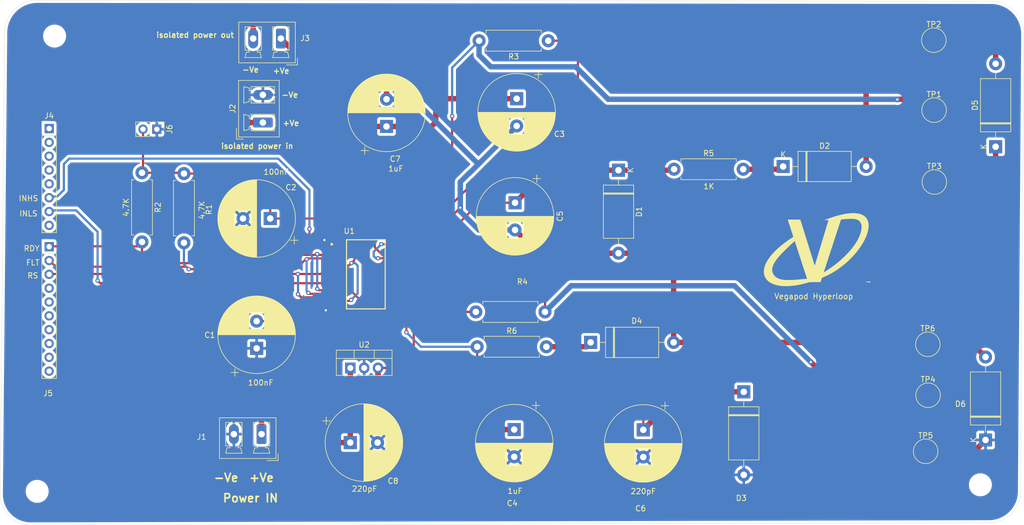
<source format=kicad_pcb>
(kicad_pcb (version 20211014) (generator pcbnew)
  (layers (0 "F.Cu" signal) (31 "B.Cu" signal) (34 "B.Paste" user) (35 "F.Paste" user) (36 "B.SilkS" user "B.Silkscreen") (37 "F.SilkS" user "F.Silkscreen") (38 "B.Mask" user) (39 "F.Mask" user) (44 "Edge.Cuts" user))
  (net 0 "")
  (net 1 "GND")
  (net 2 "/INHS")
  (net 3 "/RDY")
  (net 4 "/FLT")
  (net 5 "/RS")
  (net 6 "+5V")
  (net 9 "/INLS")
  (net 10 "/+12V_1")
  (net 11 "Net-(R4-Pad1)")
  (net 12 "Net-(R4-Pad2)")
  (net 13 "GND1")
  (net 14 "/+12V")
  (net 15 "Net-(R3-Pad1)")
  (net 16 "Net-(D2-Pad2)")
  (net 17 "Net-(R3-Pad2)")
  (net 18 "Net-(D2-Pad1)")
  (net 19 "Net-(D4-Pad1)")
  (net 20 "Net-(J1-Pad1)")
  (net 21 "Net-(C6-Pad1)")
  (net 22 "Net-(C5-Pad1)")
  (footprint "Capacitor_THT:CP_Radial_D14.0mm_P5.00mm" (layer "F.Cu") (at 114.302272 129.25)
    (fp_text reference "C8" (at 7.847728 7.05) (layer "F.SilkS"))
    (fp_text value "220pF" (at 2.597728 8.5) (layer "F.SilkS"))
    (pad "1" thru_hole rect (at 0 0) (size 2.4 2.4) (drill 1.2) (layers *.Cu *.Mask) (net 10 "/+12V_1"))
    (pad "2" thru_hole circle (at 5 0) (size 2.4 2.4) (drill 1.2) (layers *.Cu *.Mask) (net 1 "GND"))
  )
  (footprint "Connector_Phoenix_MC_HighVoltage:PhoenixContact_MCV_1,5_2-G-5.08_1x02_P5.08mm_Vertical" (layer "F.Cu") (at 98.2425 70.4725 90)
    (fp_text reference "J2" (at 2.54 -5.55 90) (layer "F.SilkS"))
    (fp_text value "Conn_01x02_Male" hide)
    (pad "1" thru_hole roundrect (at 0 0 90) (size 1.8 3.6) (drill 1.2) (layers *.Cu *.Mask) (roundrect_rratio 0.1388888889) (net 10 "/+12V_1"))
    (pad "2" thru_hole oval (at 5.08 0 90) (size 1.8 3.6) (drill 1.2) (layers *.Cu *.Mask) (net 1 "GND"))
  )
  (footprint "Diode_THT:D_DO-27_P15.24mm_Horizontal" (layer "F.Cu") (at 230.95 128.77 90)
    (fp_text reference "D6" (at 6.62 -4.6 180) (layer "F.SilkS"))
    (fp_text value "DIODE" hide)
    (fp_text user "K" (at 0 -2.2 90) (layer "F.SilkS"))
    (pad "1" thru_hole rect (at 0 0 90) (size 2.4 2.4) (drill 1.2) (layers *.Cu *.Mask) (net 1 "GND"))
    (pad "2" thru_hole oval (at 15.24 0 90) (size 2.4 2.4) (drill 1.2) (layers *.Cu *.Mask) (net 13 "GND1"))
  )
  (footprint "Capacitor_THT:CP_Radial_D14.0mm_P5.00mm" (layer "F.Cu") (at 99.6 88.1 180)
    (fp_text reference "C2" (at -3.8 5.7) (layer "F.SilkS"))
    (fp_text value "100nF" (at -1.1 8.55) (layer "F.SilkS"))
    (pad "1" thru_hole rect (at 0 0 180) (size 2.4 2.4) (drill 1.2) (layers *.Cu *.Mask) (net 6 "+5V"))
    (pad "2" thru_hole circle (at 5 0 180) (size 2.4 2.4) (drill 1.2) (layers *.Cu *.Mask) (net 1 "GND"))
  )
  (footprint "Capacitor_THT:CP_Radial_D14.0mm_P5.00mm" (layer "F.Cu") (at 144.85 66.102272 -90)
    (fp_text reference "C3" (at 6.497728 -7.85 180) (layer "F.SilkS"))
    (fp_text value "1uF")
    (pad "1" thru_hole rect (at 0 0 270) (size 2.4 2.4) (drill 1.2) (layers *.Cu *.Mask) (net 14 "/+12V"))
    (pad "2" thru_hole circle (at 5 0 270) (size 2.4 2.4) (drill 1.2) (layers *.Cu *.Mask) (net 13 "GND1"))
  )
  (footprint "Resistor_THT:R_Axial_DIN0411_L9.9mm_D3.6mm_P12.70mm_Horizontal" (layer "F.Cu") (at 137.35 105.25)
    (fp_text reference "R4" (at 8.55 -5.55) (layer "F.SilkS"))
    (fp_text value "10R")
    (pad "1" thru_hole circle (at 0 0) (size 2.4 2.4) (drill 1.2) (layers *.Cu *.Mask) (net 11 "Net-(R4-Pad1)"))
    (pad "2" thru_hole oval (at 12.7 0) (size 2.4 2.4) (drill 1.2) (layers *.Cu *.Mask) (net 12 "Net-(R4-Pad2)"))
  )
  (footprint "Capacitor_THT:CP_Radial_D14.0mm_P5.00mm" (layer "F.Cu") (at 144.4 126.852272 -90)
    (fp_text reference "C4" (at 13.547728 0.35 180) (layer "F.SilkS"))
    (fp_text value "1uF" (at 11.297728 -0.15 180) (layer "F.SilkS"))
    (pad "1" thru_hole rect (at 0 0 270) (size 2.4 2.4) (drill 1.2) (layers *.Cu *.Mask) (net 10 "/+12V_1"))
    (pad "2" thru_hole circle (at 5 0 270) (size 2.4 2.4) (drill 1.2) (layers *.Cu *.Mask) (net 1 "GND"))
  )
  (footprint "Connector_PinHeader_2.54mm:PinHeader_1x08_P2.54mm_Vertical" (layer "F.Cu") (at 59 71.58)
    (fp_text reference "J4" (at 0 -2.33) (layer "F.SilkS"))
    (fp_text value "Conn_01x08_Male" hide)
    (pad "1" thru_hole rect (at 0 0) (size 1.7 1.7) (drill 1) (layers *.Cu *.Mask))
    (pad "2" thru_hole oval (at 0 2.54) (size 1.7 1.7) (drill 1) (layers *.Cu *.Mask))
    (pad "3" thru_hole oval (at 0 5.08) (size 1.7 1.7) (drill 1) (layers *.Cu *.Mask))
    (pad "4" thru_hole oval (at 0 7.62) (size 1.7 1.7) (drill 1) (layers *.Cu *.Mask))
    (pad "5" thru_hole oval (at 0 10.16) (size 1.7 1.7) (drill 1) (layers *.Cu *.Mask))
    (pad "6" thru_hole oval (at 0 12.7) (size 1.7 1.7) (drill 1) (layers *.Cu *.Mask) (net 2 "/INHS"))
    (pad "7" thru_hole oval (at 0 15.24) (size 1.7 1.7) (drill 1) (layers *.Cu *.Mask) (net 9 "/INLS"))
    (pad "8" thru_hole oval (at 0 17.78) (size 1.7 1.7) (drill 1) (layers *.Cu *.Mask))
  )
  (footprint "Resistor_THT:R_Axial_DIN0411_L9.9mm_D3.6mm_P12.70mm_Horizontal" (layer "F.Cu") (at 137.6 111.65)
    (fp_text reference "R6" (at 6.35 -2.92) (layer "F.SilkS"))
    (fp_text value "1K")
    (pad "1" thru_hole circle (at 0 0) (size 2.4 2.4) (drill 1.2) (layers *.Cu *.Mask) (net 21 "Net-(C6-Pad1)"))
    (pad "2" thru_hole oval (at 12.7 0) (size 2.4 2.4) (drill 1.2) (layers *.Cu *.Mask) (net 19 "Net-(D4-Pad1)"))
  )
  (footprint "Resistor_THT:R_Axial_DIN0411_L9.9mm_D3.6mm_P12.70mm_Horizontal" (layer "F.Cu") (at 150.65 55.45 180)
    (fp_text reference "R3" (at 6.35 -2.92) (layer "F.SilkS"))
    (fp_text value "10R" hide)
    (pad "1" thru_hole circle (at 0 0 180) (size 2.4 2.4) (drill 1.2) (layers *.Cu *.Mask) (net 15 "Net-(R3-Pad1)"))
    (pad "2" thru_hole oval (at 12.7 0 180) (size 2.4 2.4) (drill 1.2) (layers *.Cu *.Mask) (net 17 "Net-(R3-Pad2)"))
  )
  (footprint "TestPoint:TestPoint_Pad_D4.0mm" (layer "F.Cu") (at 220.35 111.2)
    (fp_text reference "TP6" (at 0 -2.898) (layer "F.SilkS"))
    (fp_text value "TestPoint" hide)
    (pad "1" smd circle (at 0 0) (size 4 4) (layers "F.Cu" "F.Mask") (net 13 "GND1"))
  )
  (footprint "TestPoint:TestPoint_Pad_D4.0mm" (layer "F.Cu") (at 221.45 55.35)
    (fp_text reference "TP2" (at 0 -2.898) (layer "F.SilkS"))
    (fp_text value "TestPoint")
    (pad "1" smd circle (at 0 0) (size 4 4) (layers "F.Cu" "F.Mask") (net 16 "Net-(D2-Pad2)"))
  )
  (footprint "Resistor_THT:R_Axial_DIN0411_L9.9mm_D3.6mm_P12.70mm_Horizontal" (layer "F.Cu") (at 173.75 79.05)
    (fp_text reference "R5" (at 6.35 -2.92) (layer "F.SilkS"))
    (fp_text value "1K" (at 6.4 3.15) (layer "F.SilkS"))
    (pad "1" thru_hole circle (at 0 0) (size 2.4 2.4) (drill 1.2) (layers *.Cu *.Mask) (net 22 "Net-(C5-Pad1)"))
    (pad "2" thru_hole oval (at 12.7 0) (size 2.4 2.4) (drill 1.2) (layers *.Cu *.Mask) (net 18 "Net-(D2-Pad1)"))
  )
  (footprint "BluePill_slave:logo6" (layer "F.Cu") (at 199.8 93.8)
    (fp_text reference "G***" hide)
    (fp_text value "LOGO" hide)
  )
  (footprint "Diode_THT:D_DO-27_P15.24mm_Horizontal" (layer "F.Cu") (at 158.43 110.85)
    (fp_text reference "D4" (at 8.47 -3.95) (layer "F.SilkS"))
    (fp_text value "DIODE" hide)
    (pad "1" thru_hole rect (at 0 0) (size 2.4 2.4) (drill 1.2) (layers *.Cu *.Mask) (net 19 "Net-(D4-Pad1)"))
    (pad "2" thru_hole oval (at 15.24 0) (size 2.4 2.4) (drill 1.2) (layers *.Cu *.Mask) (net 13 "GND1"))
  )
  (footprint "TestPoint:TestPoint_Pad_D4.0mm" (layer "F.Cu") (at 219.95 130.85)
    (fp_text reference "TP5" (at 0 -2.898) (layer "F.SilkS"))
    (fp_text value "TestPoint" hide)
    (pad "1" smd circle (at 0 0) (size 4 4) (layers "F.Cu" "F.Mask") (net 1 "GND"))
  )
  (footprint "Package_TO_SOT_THT:TO-220-3_Vertical" (layer "F.Cu") (at 114.31 115.545)
    (fp_text reference "U2" (at 2.54 -4.27) (layer "F.SilkS"))
    (fp_text value "L7812" hide)
    (pad "1" thru_hole rect (at 0 0) (size 1.905 2) (drill 1.1) (layers *.Cu *.Mask) (net 20 "Net-(J1-Pad1)"))
    (pad "2" thru_hole oval (at 2.54 0) (size 1.905 2) (drill 1.1) (layers *.Cu *.Mask) (net 1 "GND"))
    (pad "3" thru_hole oval (at 5.08 0) (size 1.905 2) (drill 1.1) (layers *.Cu *.Mask) (net 10 "/+12V_1"))
  )
  (footprint "Capacitor_THT:CP_Radial_D14.0mm_P5.00mm" (layer "F.Cu") (at 120.95 71.197729 90)
    (fp_text reference "C7" (at -5.952271 1.6 180) (layer "F.SilkS"))
    (fp_text value "1uF" (at -7.752271 1.7 180) (layer "F.SilkS"))
    (pad "1" thru_hole rect (at 0 0 90) (size 2.4 2.4) (drill 1.2) (layers *.Cu *.Mask) (net 14 "/+12V"))
    (pad "2" thru_hole circle (at 5 0 90) (size 2.4 2.4) (drill 1.2) (layers *.Cu *.Mask) (net 13 "GND1"))
  )
  (footprint "TestPoint:TestPoint_Pad_D4.0mm" (layer "F.Cu") (at 221.5 68.2)
    (fp_text reference "TP1" (at 0 -2.898) (layer "F.SilkS"))
    (fp_text value "TestPoint")
    (pad "1" smd circle (at 0 0) (size 4 4) (layers "F.Cu" "F.Mask") (net 17 "Net-(R3-Pad2)"))
  )
  (footprint "gate_driver:SOP65P1030X265-36_32N-V" (layer "F.Cu") (at 117.1575 98.35)
    (fp_text reference "U1" (at -3.04 -7.955) (layer "F.SilkS"))
    (fp_text value "2ED020I12-F2")
    (pad "1" smd rect locked (at -4.865 -5.525) (size 1.67 0.45) (layers "F.Cu" "F.Paste" "F.Mask") (net 1 "GND"))
    (pad "2" smd rect locked (at -4.865 -4.875) (size 1.67 0.45) (layers "F.Cu" "F.Paste" "F.Mask") (net 2 "/INHS"))
    (pad "3" smd rect locked (at -4.865 -4.225) (size 1.67 0.45) (layers "F.Cu" "F.Paste" "F.Mask") (net 1 "GND"))
    (pad "4" smd rect locked (at -4.865 -3.575) (size 1.67 0.45) (layers "F.Cu" "F.Paste" "F.Mask") (net 3 "/RDY"))
    (pad "5" smd rect locked (at -4.865 -2.925) (size 1.67 0.45) (layers "F.Cu" "F.Paste" "F.Mask") (net 4 "/FLT"))
    (pad "6" smd rect locked (at -4.865 -2.275) (size 1.67 0.45) (layers "F.Cu" "F.Paste" "F.Mask") (net 5 "/RS"))
    (pad "7" smd rect locked (at -4.865 -1.625) (size 1.67 0.45) (layers "F.Cu" "F.Paste" "F.Mask") (net 6 "+5V"))
    (pad "8" smd rect locked (at -4.865 -0.975) (size 1.67 0.45) (layers "F.Cu" "F.Paste" "F.Mask") (net 1 "GND"))
    (pad "9" smd rect locked (at -4.865 -0.325) (size 1.67 0.45) (layers "F.Cu" "F.Paste" "F.Mask"))
    (pad "10" smd rect locked (at -4.865 0.325) (size 1.67 0.45) (layers "F.Cu" "F.Paste" "F.Mask"))
    (pad "11" smd rect locked (at -4.865 0.975) (size 1.67 0.45) (layers "F.Cu" "F.Paste" "F.Mask") (net 1 "GND"))
    (pad "12" smd rect locked (at -4.865 1.625) (size 1.67 0.45) (layers "F.Cu" "F.Paste" "F.Mask") (net 9 "/INLS"))
    (pad "13" smd rect locked (at -4.865 2.275) (size 1.67 0.45) (layers "F.Cu" "F.Paste" "F.Mask") (net 1 "GND"))
    (pad "14" smd rect locked (at -4.865 2.925) (size 1.67 0.45) (layers "F.Cu" "F.Paste" "F.Mask") (net 3 "/RDY"))
    (pad "15" smd rect locked (at -4.865 3.575) (size 1.67 0.45) (layers "F.Cu" "F.Paste" "F.Mask") (net 4 "/FLT"))
    (pad "16" smd rect locked (at -4.865 4.225) (size 1.67 0.45) (layers "F.Cu" "F.Paste" "F.Mask") (net 5 "/RS"))
    (pad "17" smd rect locked (at -4.865 4.875) (size 1.67 0.45) (layers "F.Cu" "F.Paste" "F.Mask") (net 6 "+5V"))
    (pad "18" smd rect locked (at -4.865 5.525) (size 1.67 0.45) (layers "F.Cu" "F.Paste" "F.Mask") (net 1 "GND"))
    (pad "19" smd rect locked (at 4.865 5.525) (size 1.67 0.45) (layers "F.Cu" "F.Paste" "F.Mask") (net 1 "GND"))
    (pad "20" smd rect locked (at 4.865 4.875) (size 1.67 0.45) (layers "F.Cu" "F.Paste" "F.Mask") (net 21 "Net-(C6-Pad1)"))
    (pad "21" smd rect locked (at 4.865 4.225) (size 1.67 0.45) (layers "F.Cu" "F.Paste" "F.Mask") (net 1 "GND"))
    (pad "22" smd rect locked (at 4.865 3.575) (size 1.67 0.45) (layers "F.Cu" "F.Paste" "F.Mask") (net 10 "/+12V_1"))
    (pad "23" smd rect locked (at 4.865 2.925) (size 1.67 0.45) (layers "F.Cu" "F.Paste" "F.Mask") (net 11 "Net-(R4-Pad1)"))
    (pad "24" smd rect locked (at 4.865 2.275) (size 1.67 0.45) (layers "F.Cu" "F.Paste" "F.Mask") (net 1 "GND"))
    (pad "25" smd rect locked (at 4.865 1.625) (size 1.67 0.45) (layers "F.Cu" "F.Paste" "F.Mask") (net 12 "Net-(R4-Pad2)"))
    (pad "30" smd rect locked (at 4.865 -1.625) (size 1.67 0.45) (layers "F.Cu" "F.Paste" "F.Mask") (net 22 "Net-(C5-Pad1)"))
    (pad "31" smd rect locked (at 4.865 -2.275) (size 1.67 0.45) (layers "F.Cu" "F.Paste" "F.Mask") (net 13 "GND1"))
    (pad "32" smd rect locked (at 4.865 -2.925) (size 1.67 0.45) (layers "F.Cu" "F.Paste" "F.Mask") (net 13 "GND1"))
    (pad "33" smd rect locked (at 4.865 -3.575) (size 1.67 0.45) (layers "F.Cu" "F.Paste" "F.Mask") (net 14 "/+12V"))
    (pad "34" smd rect locked (at 4.865 -4.225) (size 1.67 0.45) (layers "F.Cu" "F.Paste" "F.Mask") (net 15 "Net-(R3-Pad1)"))
    (pad "35" smd rect locked (at 4.865 -4.875) (size 1.67 0.45) (layers "F.Cu" "F.Paste" "F.Mask") (net 17 "Net-(R3-Pad2)"))
    (pad "36" smd rect locked (at 4.865 -5.525) (size 1.67 0.45) (layers "F.Cu" "F.Paste" "F.Mask") (net 13 "GND1"))
  )
  (footprint "Resistor_THT:R_Axial_DIN0411_L9.9mm_D3.6mm_P12.70mm_Horizontal" (layer "F.Cu") (at 76.05 79.7 -90)
    (fp_text reference "R2" (at 6.35 -2.92 90) (layer "F.SilkS"))
    (fp_text value "4.7K" (at 6.35 2.92 90) (layer "F.SilkS"))
    (pad "1" thru_hole circle (at 0 0 270) (size 2.4 2.4) (drill 1.2) (layers *.Cu *.Mask) (net 6 "+5V"))
    (pad "2" thru_hole oval (at 12.7 0 270) (size 2.4 2.4) (drill 1.2) (layers *.Cu *.Mask) (net 3 "/RDY"))
  )
  (footprint "Diode_THT:D_DO-27_P15.24mm_Horizontal" (layer "F.Cu") (at 232.8 74.92 90)
    (fp_text reference "D5" (at 7.62 -3.785 90) (layer "F.SilkS"))
    (fp_text value "DIODE")
    (fp_text user "K" (at 0 -2.2 90) (layer "F.SilkS"))
    (pad "1" thru_hole rect (at 0 0 90) (size 2.4 2.4) (drill 1.2) (layers *.Cu *.Mask) (net 13 "GND1"))
    (pad "2" thru_hole oval (at 15.24 0 90) (size 2.4 2.4) (drill 1.2) (layers *.Cu *.Mask) (net 16 "Net-(D2-Pad2)"))
  )
  (footprint "Capacitor_THT:CP_Radial_D14.0mm_P5.00mm" (layer "F.Cu") (at 144.55 85.202272 -90)
    (fp_text reference "C5" (at 2.5 -8.25 90) (layer "F.SilkS"))
    (fp_text value "220pF")
    (pad "1" thru_hole rect (at 0 0 270) (size 2.4 2.4) (drill 1.2) (layers *.Cu *.Mask) (net 22 "Net-(C5-Pad1)"))
    (pad "2" thru_hole circle (at 5 0 270) (size 2.4 2.4) (drill 1.2) (layers *.Cu *.Mask) (net 13 "GND1"))
  )
  (footprint "Capacitor_THT:CP_Radial_D14.0mm_P5.00mm" (layer "F.Cu") (at 168.1 126.902272 -90)
    (fp_text reference "C6" (at 14.447728 0.5 180) (layer "F.SilkS"))
    (fp_text value "220pF" (at 11.297728 0 180) (layer "F.SilkS"))
    (pad "1" thru_hole rect (at 0 0 270) (size 2.4 2.4) (drill 1.2) (layers *.Cu *.Mask) (net 21 "Net-(C6-Pad1)"))
    (pad "2" thru_hole circle (at 5 0 270) (size 2.4 2.4) (drill 1.2) (layers *.Cu *.Mask) (net 1 "GND"))
  )
  (footprint "Diode_THT:D_DO-27_P15.24mm_Horizontal" (layer "F.Cu") (at 193.78 78.55)
    (fp_text reference "D2" (at 7.62 -3.785) (layer "F.SilkS"))
    (fp_text value "DIODE")
    (fp_text user "K" (at 0 -2.2) (layer "F.SilkS"))
    (pad "1" thru_hole rect (at 0 0) (size 2.4 2.4) (drill 1.2) (layers *.Cu *.Mask) (net 18 "Net-(D2-Pad1)"))
    (pad "2" thru_hole oval (at 15.24 0) (size 2.4 2.4) (drill 1.2) (layers *.Cu *.Mask) (net 16 "Net-(D2-Pad2)"))
  )
  (footprint "Connector_PinHeader_2.54mm:PinHeader_1x10_P2.54mm_Vertical" (layer "F.Cu") (at 59 93.275)
    (fp_text reference "J5" (at -0.2 26.925) (layer "F.SilkS"))
    (fp_text value "Conn_01x10_Male" hide)
    (pad "1" thru_hole rect (at 0 0) (size 1.7 1.7) (drill 1) (layers *.Cu *.Mask) (net 3 "/RDY"))
    (pad "2" thru_hole oval (at 0 2.54) (size 1.7 1.7) (drill 1) (layers *.Cu *.Mask) (net 4 "/FLT"))
    (pad "3" thru_hole oval (at 0 5.08) (size 1.7 1.7) (drill 1) (layers *.Cu *.Mask) (net 5 "/RS"))
    (pad "4" thru_hole oval (at 0 7.62) (size 1.7 1.7) (drill 1) (layers *.Cu *.Mask))
    (pad "5" thru_hole oval (at 0 10.16) (size 1.7 1.7) (drill 1) (layers *.Cu *.Mask))
    (pad "6" thru_hole oval (at 0 12.7) (size 1.7 1.7) (drill 1) (layers *.Cu *.Mask))
    (pad "7" thru_hole oval (at 0 15.24) (size 1.7 1.7) (drill 1) (layers *.Cu *.Mask))
    (pad "8" thru_hole oval (at 0 17.78) (size 1.7 1.7) (drill 1) (layers *.Cu *.Mask))
    (pad "9" thru_hole oval (at 0 20.32) (size 1.7 1.7) (drill 1) (layers *.Cu *.Mask))
    (pad "10" thru_hole oval (at 0 22.86) (size 1.7 1.7) (drill 1) (layers *.Cu *.Mask))
  )
  (footprint "TestPoint:TestPoint_Pad_D4.0mm" (layer "F.Cu") (at 220.4 120.55)
    (fp_text reference "TP4" (at 0 -2.898) (layer "F.SilkS"))
    (fp_text value "TestPoint" hide)
    (pad "1" smd circle (at 0 0) (size 4 4) (layers "F.Cu" "F.Mask") (net 12 "Net-(R4-Pad2)"))
  )
  (footprint "TestPoint:TestPoint_Pad_D4.0mm" (layer "F.Cu") (at 221.55 81.4)
    (fp_text reference "TP3" (at 0 -2.898) (layer "F.SilkS"))
    (fp_text value "TestPoint")
    (pad "1" smd circle (at 0 0) (size 4 4) (layers "F.Cu" "F.Mask") (net 13 "GND1"))
  )
  (footprint "MountingHole:MountingHole_3.2mm_M3" (layer "F.Cu") (at 56.8 138.2)
    (fp_text reference "REF**" hide)
    (fp_text value "MountingHole_3.2mm_M3" hide)
    (pad "" np_thru_hole circle (at 0 0) (size 3.2 3.2) (drill 3.2) (layers F&B.Cu *.Mask))
  )
  (footprint "MountingHole:MountingHole_3.2mm_M3" (layer "F.Cu") (at 60 54.6)
    (fp_text reference "REF**" hide)
    (fp_text value "MountingHole_3.2mm_M3" hide)
    (pad "" np_thru_hole circle (at 0 0) (size 3.2 3.2) (drill 3.2) (layers *.Cu *.Mask))
  )
  (footprint "Resistor_THT:R_Axial_DIN0411_L9.9mm_D3.6mm_P12.70mm_Horizontal" (layer "F.Cu") (at 83.75 79.85 -90)
    (fp_text reference "R1" (at 6.6 -4.6 90) (layer "F.SilkS"))
    (fp_text value "4.7K" (at 6.7 -3.3 90) (layer "F.SilkS"))
    (pad "1" thru_hole circle (at 0 0 270) (size 2.4 2.4) (drill 1.2) (layers *.Cu *.Mask) (net 6 "+5V"))
    (pad "2" thru_hole oval (at 12.7 0 270) (size 2.4 2.4) (drill 1.2) (layers *.Cu *.Mask) (net 4 "/FLT"))
  )
  (footprint "Connector_Phoenix_MC_HighVoltage:PhoenixContact_MCV_1,5_2-G-5.08_1x02_P5.08mm_Vertical" (layer "F.Cu") (at 101.55 55.05 180)
    (fp_text reference "J3" (at -4.45 0.05) (layer "F.SilkS"))
    (fp_text value "Conn_01x02_Male" hide)
    (pad "1" thru_hole roundrect (at 0 0 180) (size 1.8 3.6) (drill 1.2) (layers *.Cu *.Mask) (roundrect_rratio 0.1388888889) (net 14 "/+12V"))
    (pad "2" thru_hole oval (at 5.08 0 180) (size 1.8 3.6) (drill 1.2) (layers *.Cu *.Mask) (net 13 "GND1"))
  )
  (footprint "MountingHole:MountingHole_3.2mm_M3" (layer "F.Cu") (at 230 137)
    (fp_text reference "REF**" hide)
    (fp_text value "MountingHole_3.2mm_M3" hide)
    (pad "" np_thru_hole circle (at 0 0) (size 3.2 3.2) (drill 3.2) (layers F&B.Cu *.Mask))
  )
  (footprint "Connector_PinHeader_2.54mm:PinHeader_1x02_P2.54mm_Vertical" (layer "F.Cu") (at 78.775 71.7 -90)
    (fp_text reference "J6" (at 0 -2.33 90) (layer "F.SilkS"))
    (fp_text value "Conn_01x02_Male" hide)
    (pad "1" thru_hole rect (at 0 0 270) (size 1.7 1.7) (drill 1) (layers *.Cu *.Mask) (net 1 "GND"))
    (pad "2" thru_hole oval (at 0 2.54 270) (size 1.7 1.7) (drill 1) (layers *.Cu *.Mask) (net 6 "+5V"))
  )
  (footprint "Connector_Phoenix_MC_HighVoltage:PhoenixContact_MCV_1,5_2-G-5.08_1x02_P5.08mm_Vertical" (layer "F.Cu") (at 98 127.7 180)
    (fp_text reference "J1" (at 11 -0.5) (layer "F.SilkS"))
    (fp_text value "Conn_01x02_Male" hide)
    (pad "1" thru_hole roundrect (at 0 0 180) (size 1.8 3.6) (drill 1.2) (layers *.Cu *.Mask) (roundrect_rratio 0.1388888889) (net 20 "Net-(J1-Pad1)"))
    (pad "2" thru_hole oval (at 5.08 0 180) (size 1.8 3.6) (drill 1.2) (layers *.Cu *.Mask) (net 1 "GND"))
  )
  (footprint "Diode_THT:D_DO-27_P15.24mm_Horizontal" (layer "F.Cu") (at 186.55 119.93 -90)
    (fp_text reference "D3" (at 19.52 0.45 180) (layer "F.SilkS"))
    (fp_text value "D_Zener_Small" hide)
    (pad "1" thru_hole rect (at 0 0 270) (size 2.4 2.4) (drill 1.2) (layers *.Cu *.Mask) (net 21 "Net-(C6-Pad1)"))
    (pad "2" thru_hole oval (at 15.24 0 270) (size 2.4 2.4) (drill 1.2) (layers *.Cu *.Mask) (net 1 "GND"))
  )
  (footprint "Diode_THT:D_DO-27_P15.24mm_Horizontal" (layer "F.Cu") (at 163.55 79.23 -90)
    (fp_text reference "D1" (at 7.62 -3.785 90) (layer "F.SilkS"))
    (fp_text value "D_Zener_Small")
    (fp_text user "K" (at 0 -2.2 90) (layer "F.SilkS"))
    (pad "1" thru_hole rect (at 0 0 270) (size 2.4 2.4) (drill 1.2) (layers *.Cu *.Mask) (net 22 "Net-(C5-Pad1)"))
    (pad "2" thru_hole oval (at 15.24 0 270) (size 2.4 2.4) (drill 1.2) (layers *.Cu *.Mask) (net 13 "GND1"))
  )
  (footprint "Capacitor_THT:CP_Radial_D14.0mm_P5.00mm" (layer "F.Cu") (at 97.1 111.947729 90)
    (fp_text reference "C1" (at 2.447729 -8.6 180) (layer "F.SilkS"))
    (fp_text value "100nF" (at -6.302271 0.75 180) (layer "F.SilkS"))
    (pad "1" thru_hole rect (at 0 0 90) (size 2.4 2.4) (drill 1.2) (layers *.Cu *.Mask) (net 1 "GND"))
    (pad "2" thru_hole circle (at 5 0 90) (size 2.4 2.4) (drill 1.2) (layers *.Cu *.Mask) (net 6 "+5V"))
  )
  (gr_line (start 57.5 92.2) (end 57.5 117.2) (layer "F.Cu") (width 0.2))
  (gr_line (start 57.5 70.2) (end 57.5 90.2) (layer "F.Cu") (width 0.2))
  (gr_line (start 56.8 48) (end 232 48.2) (layer "Edge.Cuts") (width 0.05))
  (gr_line (start 231.6 144) (end 55.8 144.4) (layer "Edge.Cuts") (width 0.05))
  (gr_arc (start 55.8 144.4) (mid 51.711292 142.831147) (end 50 138.8) (layer "Edge.Cuts") (width 0.05))
  (gr_arc (start 50.8 54) (mid 52.557359 49.757359) (end 56.8 48) (layer "Edge.Cuts") (width 0.05))
  (gr_line (start 50 138.8) (end 50.8 54) (layer "Edge.Cuts") (width 0.05))
  (gr_arc (start 232 48.2) (mid 236.242641 49.957359) (end 238 54.2) (layer "Edge.Cuts") (width 0.05))
  (gr_line (start 238 54.2) (end 237.4 138.2) (layer "Edge.Cuts") (width 0.05))
  (gr_arc (start 237.4 138.2) (mid 235.701219 142.301219) (end 231.6 144) (layer "Edge.Cuts") (width 0.05))
  (gr_text "RS" (at 56 98.6) (layer "F.SilkS") (effects (font (size 1 1))))
  (gr_text "Power IN\n" (at 95.9775 139.4425) (layer "F.SilkS") (effects (font (size 1.5 1.5) (thickness 0.3))))
  (gr_text "isolated power in" (at 97.2 74.8) (layer "F.SilkS") (effects (font (size 1 1) (thickness 0.2))))
  (gr_text "INLS\n" (at 55.2 87.2) (layer "F.SilkS") (effects (font (size 1 1))))
  (gr_text "-Ve" (at 91.5 135.7) (layer "F.SilkS") (effects (font (size 1.5 1.5) (thickness 0.3))))
  (gr_text "INHS\n" (at 55.2 84.4) (layer "F.SilkS") (effects (font (size 1 1))))
  (gr_text "RDY" (at 55.8 93.6) (layer "F.SilkS") (effects (font (size 1 1))))
  (gr_text "-Ve" (at 95.987225 60.773021) (layer "F.SilkS") (effects (font (size 1 1) (thickness 0.2))))
  (gr_text "-Ve" (at 103.2 65.4) (layer "F.SilkS") (effects (font (size 1 1) (thickness 0.2))))
  (gr_text "+Ve" (at 98 135.7) (layer "F.SilkS") (effects (font (size 1.5 1.5) (thickness 0.3))))
  (gr_text "+Ve" (at 101.6 61) (layer "F.SilkS") (effects (font (size 1 1) (thickness 0.2))))
  (gr_text "Vegapod Hyperloop" (at 199.4 102.4) (layer "F.SilkS") (effects (font (size 1 1))))
  (gr_text "isolated power out" (at 85.8 54.4) (layer "F.SilkS") (effects (font (size 1 1) (thickness 0.2))))
  (gr_text "FLT" (at 56 96.2) (layer "F.SilkS") (effects (font (size 1 1))))
  (gr_text "+Ve" (at 103.4 70.6) (layer "F.SilkS") (effects (font (size 1 1) (thickness 0.2))))
  (segment (start 228.87 130.85) (end 230.95 128.77) (width 1) (layer "F.Cu") (net 1))
  (segment (start 113.875 92.825) (end 112.2925 92.825) (width 0.3) (layer "F.Cu") (net 1))
  (segment (start 112.2925 100.625) (end 113.675 100.625) (width 0.4) (layer "F.Cu") (net 1))
  (segment (start 122.0225 100.625) (end 120.475 100.625) (width 0.4) (layer "F.Cu") (net 1))
  (segment (start 122.0225 102.575) (end 118.525 102.575) (width 0.4) (layer "F.Cu") (net 1))
  (segment (start 114.025 97.375) (end 114.35 97.7) (width 0.4) (layer "F.Cu") (net 1))
  (segment (start 112.2925 92.825) (end 110.325 92.825) (width 0.4) (layer "F.Cu") (net 1))
  (segment (start 114.05 94) (end 114.05 93) (width 0.3) (layer "F.Cu") (net 1))
  (segment (start 117.075 104.025) (end 116.85 104.25) (width 0.4) (layer "F.Cu") (net 1))
  (segment (start 114.35 100.9) (end 114.15 101.1) (width 0.4) (layer "F.Cu") (net 1))
  (segment (start 122.0225 103.875) (end 117.225 103.875) (width 0.4) (layer "F.Cu") (net 1))
  (segment (start 110.875 103.875) (end 109.8 104.95) (width 0.4) (layer "F.Cu") (net 1))
  (segment (start 120.475 100.625) (end 118.5 102.6) (width 0.4) (layer "F.Cu") (net 1))
  (segment (start 110.325 92.825) (end 109.55 92.05) (width 0.4) (layer "F.Cu") (net 1))
  (segment (start 116.85 104.25) (end 116.85 115.545) (width 0.4) (layer "F.Cu") (net 1))
  (segment (start 112.2925 99.325) (end 114.225 99.325) (width 0.4) (layer "F.Cu") (net 1))
  (segment (start 112.2925 97.375) (end 114.025 97.375) (width 0.4) (layer "F.Cu") (net 1))
  (segment (start 114.15 101.1) (end 117.075 104.025) (width 0.4) (layer "F.Cu") (net 1))
  (segment (start 118.525 102.575) (end 118.5 102.6) (width 0.4) (layer "F.Cu") (net 1))
  (segment (start 112.2925 94.125) (end 113.875 94.125) (width 0.3) (layer "F.Cu") (net 1))
  (segment (start 113.95 94.1) (end 114.05 94) (width 0.3) (layer "F.Cu") (net 1))
  (segment (start 113.675 100.625) (end 114.15 101.1) (width 0.4) (layer "F.Cu") (net 1))
  (segment (start 114.225 99.325) (end 114.35 99.2) (width 0.4) (layer "F.Cu") (net 1))
  (segment (start 114.35 99.2) (end 114.35 100.9) (width 0.4) (layer "F.Cu") (net 1))
  (segment (start 117.225 103.875) (end 117.075 104.025) (width 0.4) (layer "F.Cu") (net 1))
  (segment (start 219.95 130.85) (end 228.87 130.85) (width 1) (layer "F.Cu") (net 1))
  (segment (start 112.2925 103.875) (end 110.875 103.875) (width 0.4) (layer "F.Cu") (net 1))
  (segment (start 118.5 102.6) (end 117.075 104.025) (width 0.4) (layer "F.Cu") (net 1))
  (segment (start 114.05 93) (end 113.875 92.825) (width 0.3) (layer "F.Cu") (net 1))
  (segment (start 114.35 97.7) (end 114.35 99.2) (width 0.4) (layer "F.Cu") (net 1))
  (via (at 109.55 92.05) (size 0.8) (drill 0.4) (layers "F.Cu" "B.Cu") (net 1))
  (via (at 109.8 104.95) (size 0.8) (drill 0.4) (layers "F.Cu" "B.Cu") (net 1))
  (segment (start 108.025 93.475) (end 106.95 92.4) (width 0.4) (layer "F.Cu") (net 2))
  (segment (start 112.2925 93.475) (end 108.025 93.475) (width 0.4) (layer "F.Cu") (net 2))
  (segment (start 106.95 92.4) (end 106.8 92.25) (width 0.4) (layer "F.Cu") (net 2))
  (segment (start 106.8 92.25) (end 106.8 90) (width 0.4) (layer "F.Cu") (net 2))
  (via (at 106.8 90) (size 0.8) (drill 0.4) (layers "F.Cu" "B.Cu") (net 2))
  (segment (start 61.7 78.1) (end 61.7 82.85) (width 0.4) (layer "B.Cu") (net 2))
  (segment (start 106.8 82.85) (end 101.05 77.1) (width 0.4) (layer "B.Cu") (net 2))
  (segment (start 60.485 84.065) (end 58.98 84.065) (width 0.4) (layer "B.Cu") (net 2))
  (segment (start 62.7 77.1) (end 61.7 78.1) (width 0.4) (layer "B.Cu") (net 2))
  (segment (start 106.8 90) (end 106.8 82.85) (width 0.4) (layer "B.Cu") (net 2))
  (segment (start 61.7 82.85) (end 60.485 84.065) (width 0.4) (layer "B.Cu") (net 2))
  (segment (start 101.05 77.1) (end 62.7 77.1) (width 0.4) (layer "B.Cu") (net 2))
  (segment (start 105.425 94.775) (end 112.2925 94.775) (width 0.4) (layer "F.Cu") (net 3))
  (segment (start 103.9 96.3) (end 105.425 94.775) (width 0.4) (layer "F.Cu") (net 3))
  (segment (start 76.05 92.4) (end 76.05 95.9) (width 0.4) (layer "F.Cu") (net 3))
  (segment (start 108.225 101.025) (end 108.475 101.275) (width 0.4) (layer "F.Cu") (net 3))
  (segment (start 76.45 96.3) (end 103.9 96.3) (width 0.4) (layer "F.Cu") (net 3))
  (segment (start 58.98 93.205) (end 75.245 93.205) (width 0.4) (layer "F.Cu") (net 3))
  (segment (start 108.475 101.275) (end 112.2925 101.275) (width 0.4) (layer "F.Cu") (net 3))
  (segment (start 76.05 95.9) (end 76.45 96.3) (width 0.4) (layer "F.Cu") (net 3))
  (segment (start 75.245 93.205) (end 76.05 92.4) (width 0.4) (layer "F.Cu") (net 3))
  (via (at 108.225 94.6255) (size 0.8) (drill 0.4) (layers "F.Cu" "B.Cu") (net 3))
  (via (at 108.225 101.025) (size 0.8) (drill 0.4) (layers "F.Cu" "B.Cu") (net 3))
  (segment (start 108.225 101.025) (end 108.225 94.6255) (width 0.4) (layer "B.Cu") (net 3))
  (segment (start 104.3 97.4) (end 84.65 97.4) (width 0.4) (layer "F.Cu") (net 4))
  (segment (start 106.275 95.425) (end 105.95 95.75) (width 0.4) (layer "F.Cu") (net 4))
  (segment (start 106.775 101.925) (end 106.6 101.75) (width 0.4) (layer "F.Cu") (net 4))
  (segment (start 84.2 96.95) (end 84.65 97.4) (width 0.4) (layer "F.Cu") (net 4))
  (segment (start 112.2925 101.925) (end 106.775 101.925) (width 0.4) (layer "F.Cu") (net 4))
  (segment (start 105.95 95.75) (end 104.3 97.4) (width 0.4) (layer "F.Cu") (net 4))
  (segment (start 58.98 95.745) (end 60.185 96.95) (width 0.4) (layer "F.Cu") (net 4))
  (segment (start 60.185 96.95) (end 84.2 96.95) (width 0.4) (layer "F.Cu") (net 4))
  (segment (start 112.2925 95.425) (end 106.275 95.425) (width 0.4) (layer "F.Cu") (net 4))
  (via (at 106.275 95.5745) (size 0.8) (drill 0.4) (layers "F.Cu" "B.Cu") (net 4))
  (via (at 84.65 97.4) (size 0.8) (drill 0.4) (layers "F.Cu" "B.Cu") (net 4))
  (via (at 106.6 101.75) (size 0.8) (drill 0.4) (layers "F.Cu" "B.Cu") (net 4))
  (segment (start 106.275 101.425) (end 106.275 95.5745) (width 0.4) (layer "B.Cu") (net 4))
  (segment (start 84.65 97.4) (end 83.75 96.5) (width 0.4) (layer "B.Cu") (net 4))
  (segment (start 83.75 96.5) (end 83.75 92.55) (width 0.4) (layer "B.Cu") (net 4))
  (segment (start 106.6 101.75) (end 106.275 101.425) (width 0.4) (layer "B.Cu") (net 4))
  (segment (start 108.8725 98.285) (end 104.915 98.285) (width 0.4) (layer "F.Cu") (net 5))
  (segment (start 111.0825 96.075) (end 108.8725 98.285) (width 0.4) (layer "F.Cu") (net 5))
  (segment (start 104.915 98.285) (end 104.665 98.285) (width 0.4) (layer "F.Cu") (net 5))
  (segment (start 112.2925 102.575) (end 105.275 102.575) (width 0.4) (layer "F.Cu") (net 5))
  (segment (start 105.275 102.575) (end 104.7 102) (width 0.4) (layer "F.Cu") (net 5))
  (segment (start 112.2925 96.075) (end 111.0825 96.075) (width 0.4) (layer "F.Cu") (net 5))
  (segment (start 104.665 98.285) (end 58.98 98.285) (width 0.4) (layer "F.Cu") (net 5))
  (via (at 104.7 102) (size 0.8) (drill 0.4) (layers "F.Cu" "B.Cu") (net 5))
  (via (at 104.665 98.285) (size 0.8) (drill 0.4) (layers "F.Cu" "B.Cu") (net 5))
  (segment (start 104.7 98.32) (end 104.665 98.285) (width 0.4) (layer "B.Cu") (net 5))
  (segment (start 104.7 102) (end 104.7 98.32) (width 0.4) (layer "B.Cu") (net 5))
  (segment (start 115.05 95.75) (end 114.525 96.275) (width 0.4) (layer "F.Cu") (net 6))
  (segment (start 112.95 88.1) (end 115.05 90.2) (width 0.4) (layer "F.Cu") (net 6))
  (segment (start 83.6 79.7) (end 83.75 79.85) (width 0.4) (layer "F.Cu") (net 6))
  (segment (start 76.235 79.515) (end 76.05 79.7) (width 0.4) (layer "F.Cu") (net 6))
  (segment (start 76.05 79.7) (end 83.6 79.7) (width 0.4) (layer "F.Cu") (net 6))
  (segment (start 76.235 71.7) (end 76.235 79.515) (width 0.4) (layer "F.Cu") (net 6))
  (segment (start 105.152271 106.947729) (end 108.875 103.225) (width 0.4) (layer "F.Cu") (net 6))
  (segment (start 108.875 103.225) (end 112.2925 103.225) (width 0.4) (layer "F.Cu") (net 6))
  (segment (start 112.2925 103.225) (end 114.275 103.225) (width 0.4) (layer "F.Cu") (net 6))
  (segment (start 99.6 82.1) (end 99.6 88.1) (width 0.4) (layer "F.Cu") (net 6))
  (segment (start 97.25 79.85) (end 97.3 79.8) (width 0.4) (layer "F.Cu") (net 6))
  (segment (start 99.6 88.1) (end 112.95 88.1) (width 0.4) (layer "F.Cu") (net 6))
  (segment (start 97.1 106.947729) (end 105.152271 106.947729) (width 0.4) (layer "F.Cu") (net 6))
  (segment (start 114.075 96.725) (end 112.2925 96.725) (width 0.4) (layer "F.Cu") (net 6))
  (segment (start 115.05 90.2) (end 115.05 95.75) (width 0.4) (layer "F.Cu") (net 6))
  (segment (start 114.525 96.275) (end 114.075 96.725) (width 0.4) (layer "F.Cu") (net 6))
  (segment (start 83.75 79.85) (end 97.25 79.85) (width 0.4) (layer "F.Cu") (net 6))
  (segment (start 97.3 79.8) (end 99.6 82.1) (width 0.4) (layer "F.Cu") (net 6))
  (segment (start 114.275 103.225) (end 114.45 103.05) (width 0.4) (layer "F.Cu") (net 6))
  (via (at 114.525 96.275) (size 0.8) (drill 0.4) (layers "F.Cu" "B.Cu") (net 6))
  (via (at 114.45 103.05) (size 0.8) (drill 0.4) (layers "F.Cu" "B.Cu") (net 6))
  (segment (start 115.65 96.75) (end 115.175 96.275) (width 0.4) (layer "B.Cu") (net 6))
  (segment (start 114.45 103.05) (end 115.65 101.85) (width 0.4) (layer "B.Cu") (net 6))
  (segment (start 115.65 101.85) (end 115.65 96.75) (width 0.4) (layer "B.Cu") (net 6))
  (segment (start 115.175 96.275) (end 114.525 96.275) (width 0.4) (layer "B.Cu") (net 6))
  (segment (start 112.2925 99.975) (end 68.375 99.975) (width 0.4) (layer "F.Cu") (net 9))
  (segment (start 68.375 99.975) (end 67.9 99.5) (width 0.4) (layer "F.Cu") (net 9))
  (via (at 67.9 99.5) (size 0.8) (drill 0.4) (layers "F.Cu" "B.Cu") (net 9))
  (segment (start 67.9 90.55) (end 63.955 86.605) (width 0.4) (layer "B.Cu") (net 9))
  (segment (start 67.9 99.5) (end 67.9 90.55) (width 0.4) (layer "B.Cu") (net 9))
  (segment (start 63.955 86.605) (end 58.98 86.605) (width 0.4) (layer "B.Cu") (net 9))
  (segment (start 124.775 101.925) (end 125.95 103.1) (width 0.4) (layer "F.Cu") (net 10))
  (segment (start 54.5 129.7) (end 54.5 67.2) (width 1) (layer "F.Cu") (net 10))
  (segment (start 114.302272 129.25) (end 114.302272 122.697728) (width 1) (layer "F.Cu") (net 10))
  (segment (start 54.5 67.2) (end 56 65.7) (width 1) (layer "F.Cu") (net 10))
  (segment (start 125.95 113.05) (end 123.455 115.545) (width 0.4) (layer "F.Cu") (net 10))
  (segment (start 123.455 115.545) (end 119.39 115.545) (width 0.4) (layer "F.Cu") (net 10))
  (segment (start 58.5 133.7) (end 54.5 129.7) (width 1) (layer "F.Cu") (net 10))
  (segment (start 119.39 117.61) (end 119.39 115.545) (width 1) (layer "F.Cu") (net 10))
  (segment (start 91.2725 70.4725) (end 94.2275 70.4725) (width 1) (layer "F.Cu") (net 10))
  (segment (start 104 133.7) (end 58.5 133.7) (width 1) (layer "F.Cu") (net 10))
  (segment (start 56 65.7) (end 86.5 65.7) (width 1) (layer "F.Cu") (net 10))
  (segment (start 122.0225 101.925) (end 124.775 101.925) (width 0.4) (layer "F.Cu") (net 10))
  (segment (start 119.39 115.545) (end 119.39 117.89) (width 1) (layer "F.Cu") (net 10))
  (segment (start 125.95 103.1) (end 125.95 113.05) (width 0.4) (layer "F.Cu") (net 10))
  (segment (start 108.45 129.25) (end 104 133.7) (width 1) (layer "F.Cu") (net 10))
  (segment (start 128.352272 126.852272) (end 144.4 126.852272) (width 1) (layer "F.Cu") (net 10))
  (segment (start 114.302272 129.25) (end 108.45 129.25) (width 1) (layer "F.Cu") (net 10))
  (segment (start 94.2275 70.4725) (end 98.2425 70.4725) (width 1) (layer "F.Cu") (net 10))
  (segment (start 86.5 65.7) (end 91.2725 70.4725) (width 1) (layer "F.Cu") (net 10))
  (segment (start 119.39 117.89) (end 128.352272 126.852272) (width 1) (layer "F.Cu") (net 10))
  (segment (start 114.302272 122.697728) (end 119.39 117.61) (width 1) (layer "F.Cu") (net 10))
  (segment (start 122.0225 101.275) (end 128.325 101.275) (width 0.4) (layer "F.Cu") (net 11))
  (segment (start 132.3 105.25) (end 137.35 105.25) (width 0.4) (layer "F.Cu") (net 11))
  (segment (start 128.325 101.275) (end 132.3 105.25) (width 0.4) (layer "F.Cu") (net 11))
  (segment (start 122.0225 99.975) (end 148.475 99.975) (width 0.4) (layer "F.Cu") (net 12))
  (segment (start 148.475 99.975) (end 150.05 101.55) (width 0.4) (layer "F.Cu") (net 12))
  (segment (start 150.05 101.55) (end 150.05 105.25) (width 0.4) (layer "F.Cu") (net 12))
  (segment (start 220.4 120.55) (end 204.95 120.55) (width 1) (layer "F.Cu") (net 12))
  (segment (start 204.95 120.55) (end 198.85 114.45) (width 1) (layer "F.Cu") (net 12))
  (via (at 198.85 114.45) (size 0.8) (drill 0.4) (layers "F.Cu" "B.Cu") (net 12))
  (segment (start 184.85 100.45) (end 154.85 100.45) (width 1) (layer "B.Cu") (net 12))
  (segment (start 154.85 100.45) (end 150.05 105.25) (width 1) (layer "B.Cu") (net 12))
  (segment (start 198.85 114.45) (end 184.85 100.45) (width 1) (layer "B.Cu") (net 12))
  (segment (start 173.7 98.5) (end 173.67 98.53) (width 1) (layer "F.Cu") (net 13))
  (segment (start 96.47 52.53) (end 96.47 55.05) (width 1) (layer "F.Cu") (net 13))
  (segment (start 122.0225 95.425) (end 125.175 95.425) (width 0.4) (layer "F.Cu") (net 13))
  (segment (start 221.55 81.4) (end 221.55 110) (width 1) (layer "F.Cu") (net 13))
  (segment (start 148.817728 94.47) (end 163.55 94.47) (width 1) (layer "F.Cu") (net 13))
  (segment (start 228.62 111.2) (end 230.95 113.53) (width 1) (layer "F.Cu") (net 13))
  (segment (start 120.025 92.825) (end 120 92.8) (width 0.4) (layer "F.Cu") (net 13))
  (segment (start 119.4 95.4) (end 121.9975 95.4) (width 0.4) (layer "F.Cu") (net 13))
  (segment (start 144.55 90.202272) (end 148.817728 94.47) (width 1) (layer "F.Cu") (net 13))
  (segment (start 232.8 78.6) (end 232.8 74.92) (width 1) (layer "F.Cu") (net 13))
  (segment (start 220.35 111.2) (end 228.62 111.2) (width 1) (layer "F.Cu") (net 13))
  (segment (start 220 110.85) (end 220.35 111.2) (width 1) (layer "F.Cu") (net 13))
  (segment (start 173.67 98.53) (end 173.67 110.85) (width 1) (layer "F.Cu") (net 13))
  (segment (start 221.55 110) (end 220.35 111.2) (width 1) (layer "F.Cu") (net 13))
  (segment (start 125.175 95.425) (end 134.5 86.1) (width 0.4) (layer "F.Cu") (net 13))
  (segment (start 98.95 50.05) (end 96.47 52.53) (width 1) (layer "F.Cu") (net 13))
  (segment (start 230 81.4) (end 232.8 78.6) (width 1) (layer "F.Cu") (net 13))
  (segment (start 121.9975 95.4) (end 122.0225 95.425) (width 0.4) (layer "F.Cu") (net 13))
  (segment (start 122.0225 92.825) (end 120.025 92.825) (width 0.4) (layer "F.Cu") (net 13))
  (segment (start 122.0225 95.425) (end 122.0225 96.075) (width 0.4) (layer "F.Cu") (net 13))
  (segment (start 111.25 50.05) (end 98.95 50.05) (width 1) (layer "F.Cu") (net 13))
  (segment (start 163.55 94.47) (end 169.67 94.47) (width 1) (layer "F.Cu") (net 13))
  (segment (start 169.67 94.47) (end 173.7 98.5) (width 1) (layer "F.Cu") (net 13))
  (segment (start 120.95 59.75) (end 111.25 50.05) (width 1) (layer "F.Cu") (net 13))
  (segment (start 120.95 66.197729) (end 120.95 59.75) (width 1) (layer "F.Cu") (net 13))
  (segment (start 173.67 110.85) (end 220 110.85) (width 1) (layer "F.Cu") (net 13))
  (segment (start 221.55 81.4) (end 230 81.4) (width 1) (layer "F.Cu") (net 13))
  (via (at 120 92.8) (size 0.8) (drill 0.4) (layers "F.Cu" "B.Cu") (net 13))
  (via (at 119.4 95.4) (size 0.8) (drill 0.4) (layers "F.Cu" "B.Cu") (net 13))
  (via (at 134.5 86.1) (size 0.8) (drill 0.4) (layers "F.Cu" "B.Cu") (net 13))
  (segment (start 125.897729 66.197729) (end 137.826136 78.126136) (width 1) (layer "B.Cu") (net 13))
  (segment (start 120.95 66.197729) (end 125.897729 66.197729) (width 1) (layer "B.Cu") (net 13))
  (segment (start 134.5 81.4) (end 134.5 86.1) (width 1) (layer "B.Cu") (net 13))
  (segment (start 134.5 86.1) (end 134.5 86.8) (width 1) (layer "B.Cu") (net 13))
  (segment (start 118.6 94.2) (end 118.6 95) (width 0.4) (layer "B.Cu") (net 13))
  (segment (start 144.85 71.102272) (end 137.826136 78.126136) (width 1) (layer "B.Cu") (net 13))
  (segment (start 137.902272 90.202272) (end 144.55 90.202272) (width 1) (layer "B.Cu") (net 13))
  (segment (start 118.6 95) (end 119 95.4) (width 0.4) (layer "B.Cu") (net 13))
  (segment (start 137.826136 78.126136) (end 136.152272 79.8) (width 1) (layer "B.Cu") (net 13))
  (segment (start 134.5 86.8) (end 137.902272 90.202272) (width 1) (layer "B.Cu") (net 13))
  (segment (start 119 95.4) (end 119.4 95.4) (width 0.4) (layer "B.Cu") (net 13))
  (segment (start 136.152272 79.8) (end 136.1 79.8) (width 1) (layer "B.Cu") (net 13))
  (segment (start 136.1 79.8) (end 134.5 81.4) (width 1) (layer "B.Cu") (net 13))
  (segment (start 120 92.8) (end 118.6 94.2) (width 0.4) (layer "B.Cu") (net 13))
  (segment (start 117.1 72.95) (end 118.852271 71.197729) (width 0.4) (layer "F.Cu") (net 14))
  (segment (start 131.847728 66.102272) (end 130 67.95) (width 1) (layer "F.Cu") (net 14))
  (segment (start 130 70.4) (end 129.202271 71.197729) (width 1) (layer "F.Cu") (net 14))
  (segment (start 108.15 68.75) (end 110.597729 71.197729) (width 1) (layer "F.Cu") (net 14))
  (segment (start 118.8 78.3) (end 117.15 76.65) (width 0.4) (layer "F.Cu") (net 14))
  (segment (start 144.85 66.102272) (end 131.847728 66.102272) (width 1) (layer "F.Cu") (net 14))
  (segment (start 110.597729 71.197729) (end 120.95 71.197729) (width 1) (layer "F.Cu") (net 14))
  (segment (start 108.15 61.65) (end 108.15 68.75) (width 1) (layer "F.Cu") (net 14))
  (segment (start 129.202271 71.197729) (end 120.95 71.197729) (width 1) (layer "F.Cu") (net 14))
  (segment (start 120.175 94.775) (end 118.8 93.4) (width 0.4) (layer "F.Cu") (net 14))
  (segment (start 130 67.95) (end 130 70.4) (width 1) (layer "F.Cu") (net 14))
  (segment (start 101.55 55.05) (end 108.15 61.65) (width 1) (layer "F.Cu") (net 14))
  (segment (start 117.15 73) (end 117.1 72.95) (width 0.4) (layer "F.Cu") (net 14))
  (segment (start 122.0225 94.775) (end 120.175 94.775) (width 0.4) (layer "F.Cu") (net 14))
  (segment (start 118.8 93.4) (end 118.8 78.3) (width 0.4) (layer "F.Cu") (net 14))
  (segment (start 117.15 76.65) (end 117.15 73) (width 0.4) (layer "F.Cu") (net 14))
  (segment (start 153.35 77.05) (end 156.1 74.3) (width 0.4) (layer "F.Cu") (net 15))
  (segment (start 141.35 77.05) (end 153.35 77.05) (width 0.4) (layer "F.Cu") (net 15))
  (segment (start 156.1 57.75) (end 153.8 55.45) (width 0.4) (layer "F.Cu") (net 15))
  (segment (start 122.0225 94.125) (end 124.275 94.125) (width 0.4) (layer "F.Cu") (net 15))
  (segment (start 124.275 94.125) (end 141.35 77.05) (width 0.4) (layer "F.Cu") (net 15))
  (segment (start 156.1 74.3) (end 156.1 57.75) (width 0.4) (layer "F.Cu") (net 15))
  (segment (start 153.8 55.45) (end 150.65 55.45) (width 0.4) (layer "F.Cu") (net 15))
  (segment (start 214.2 55.35) (end 221.45 55.35) (width 1) (layer "F.Cu") (net 16))
  (segment (start 221.45 55.35) (end 231.2 55.35) (width 1) (layer "F.Cu") (net 16))
  (segment (start 231.2 55.35) (end 232.8 56.95) (width 1) (layer "F.Cu") (net 16))
  (segment (start 209.02 78.55) (end 209.02 60.53) (width 1) (layer "F.Cu") (net 16))
  (segment (start 209.02 60.53) (end 214.2 55.35) (width 1) (layer "F.Cu") (net 16))
  (segment (start 232.8 56.95) (end 232.8 59.68) (width 1) (layer "F.Cu") (net 16))
  (segment (start 221.5 68.2) (end 219.5 66.2) (width 1) (layer "F.Cu") (net 17))
  (segment (start 219.5 66.2) (end 214.8 66.2) (width 1) (layer "F.Cu") (net 17))
  (segment (start 214.8 66.2) (end 214.75 66.25) (width 1) (layer "F.Cu") (net 17))
  (segment (start 122.0225 93.475) (end 123.2575 93.475) (width 0.4) (layer "F.Cu") (net 17))
  (segment (start 123.2575 93.475) (end 133 83.7325) (width 0.4) (layer "F.Cu") (net 17))
  (segment (start 133 83.7325) (end 133 69.3) (width 0.4) (layer "F.Cu") (net 17))
  (via (at 214.75 66.25) (size 0.8) (drill 0.4) (layers "F.Cu" "B.Cu") (net 17))
  (via (at 133 69.3) (size 0.8) (drill 0.4) (layers "F.Cu" "B.Cu") (net 17))
  (segment (start 133 69.3) (end 133 60.4) (width 0.4) (layer "B.Cu") (net 17))
  (segment (start 140.1 60.25) (end 137.95 58.1) (width 1) (layer "B.Cu") (net 17))
  (segment (start 137.95 58.1) (end 137.95 55.45) (width 1) (layer "B.Cu") (net 17))
  (segment (start 155.7 60.25) (end 140.1 60.25) (width 1) (layer "B.Cu") (net 17))
  (segment (start 161.65 66.2) (end 155.7 60.25) (width 1) (layer "B.Cu") (net 17))
  (segment (start 214.7 66.2) (end 161.65 66.2) (width 1) (layer "B.Cu") (net 17))
  (segment (start 214.75 66.25) (end 214.7 66.2) (width 1) (layer "B.Cu") (net 17))
  (segment (start 133 60.4) (end 137.95 55.45) (width 0.4) (layer "B.Cu") (net 17))
  (segment (start 186.45 79.05) (end 193.28 79.05) (width 1) (layer "F.Cu") (net 18))
  (segment (start 193.28 79.05) (end 193.78 78.55) (width 1) (layer "F.Cu") (net 18))
  (segment (start 157.63 111.65) (end 158.43 110.85) (width 1) (layer "F.Cu") (net 19))
  (segment (start 150.3 111.65) (end 157.63 111.65) (width 1) (layer "F.Cu") (net 19))
  (segment (start 114.31 115.545) (end 114.31 117.14) (width 1) (layer "F.Cu") (net 20))
  (segment (start 100 120.7) (end 98 122.7) (width 1) (layer "F.Cu") (net 20))
  (segment (start 110.75 120.7) (end 100 120.7) (width 1) (layer "F.Cu") (net 20))
  (segment (start 98 122.7) (end 98 127.7) (width 1) (layer "F.Cu") (net 20))
  (segment (start 114.31 117.14) (end 110.75 120.7) (width 1) (layer "F.Cu") (net 20))
  (segment (start 168.1 124.5) (end 168.1 126.902272) (width 0.4) (layer "F.Cu") (net 21))
  (segment (start 174.9 119.95) (end 174.92 119.93) (width 1) (layer "F.Cu") (net 21))
  (segment (start 137.6 115) (end 141.65 119.05) (width 0.4) (layer "F.Cu") (net 21))
  (segment (start 168.1 126.902272) (end 174.9 120.102272) (width 1) (layer "F.Cu") (net 21))
  (segment (start 141.65 119.05) (end 162.65 119.05) (width 0.4) (layer "F.Cu") (net 21))
  (segment (start 162.65 119.05) (end 168.1 124.5) (width 0.4) (layer "F.Cu") (net 21))
  (segment (start 174.9 120.102272) (end 174.9 119.95) (width 1) (layer "F.Cu") (net 21))
  (segment (start 137.6 111.65) (end 137.6 115) (width 0.4) (layer "F.Cu") (net 21))
  (segment (start 124.6 104.5675) (end 124.6 109) (width 0.4) (layer "F.Cu") (net 21))
  (segment (start 174.92 119.93) (end 186.55 119.93) (width 1) (layer "F.Cu") (net 21))
  (segment (start 122.0225 103.225) (end 123.2575 103.225) (width 0.4) (layer "F.Cu") (net 21))
  (segment (start 123.2575 103.225) (end 124.6 104.5675) (width 0.4) (layer "F.Cu") (net 21))
  (via (at 124.6 109) (size 0.8) (drill 0.4) (layers "F.Cu" "B.Cu") (net 21))
  (segment (start 127.25 111.65) (end 137.6 111.65) (width 0.4) (layer "B.Cu") (net 21))
  (segment (start 124.6 109) (end 127.25 111.65) (width 0.4) (layer "B.Cu") (net 21))
  (segment (start 137.997728 85.202272) (end 144.55 85.202272) (width 0.4) (layer "F.Cu") (net 22))
  (segment (start 122.0225 96.725) (end 126.475 96.725) (width 0.4) (layer "F.Cu") (net 22))
  (segment (start 150.57 79.23) (end 163.55 79.23) (width 1) (layer "F.Cu") (net 22))
  (segment (start 144.55 85.202272) (end 149.452272 80.3) (width 1) (layer "F.Cu") (net 22))
  (segment (start 163.55 79.23) (end 173.57 79.23) (width 1) (layer "F.Cu") (net 22))
  (segment (start 149.452272 80.3) (end 149.5 80.3) (width 1) (layer "F.Cu") (net 22))
  (segment (start 173.57 79.23) (end 173.75 79.05) (width 1) (layer "F.Cu") (net 22))
  (segment (start 126.475 96.725) (end 137.997728 85.202272) (width 0.4) (layer "F.Cu") (net 22))
  (segment (start 149.5 80.3) (end 150.57 79.23) (width 1) (layer "F.Cu") (net 22))
  (zone (net 1) (net_name "GND") (layer "B.Cu") (connect_pads (clearance 0.508)) (min_thickness 0.254) (fill yes (thermal_gap 0.508) (thermal_bridge_width 0.508))
    (polygon (pts (xy 238 48.2) (xy 237.4 144) (xy 50 144.4) (xy 50.8 48)))
  )
)
</source>
